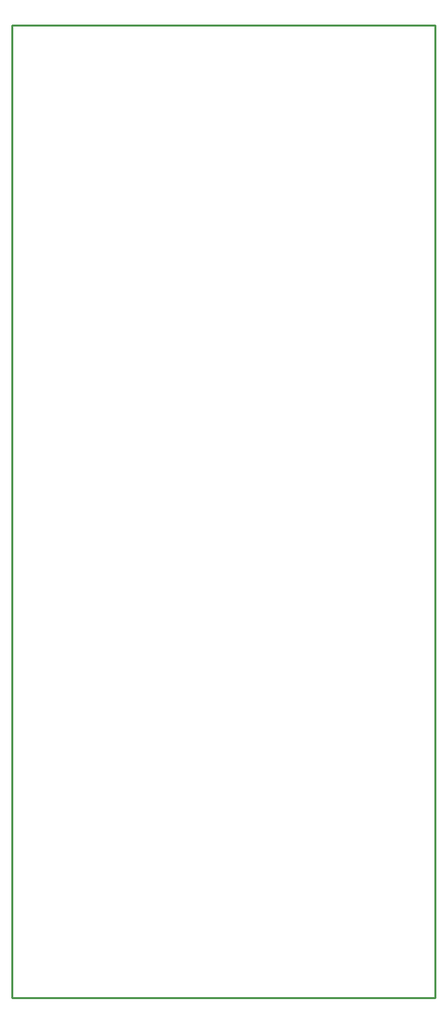
<source format=gbr>
%TF.GenerationSoftware,KiCad,Pcbnew,7.0.11-7.0.11~ubuntu22.04.1*%
%TF.CreationDate,2024-05-21T14:55:32+03:00*%
%TF.ProjectId,Neo6502PC-CPU_Rev_B,4e656f36-3530-4325-9043-2d4350555f52,B*%
%TF.SameCoordinates,PX365c040PY8f0d180*%
%TF.FileFunction,Profile,NP*%
%FSLAX46Y46*%
G04 Gerber Fmt 4.6, Leading zero omitted, Abs format (unit mm)*
G04 Created by KiCad (PCBNEW 7.0.11-7.0.11~ubuntu22.04.1) date 2024-05-21 14:55:32*
%MOMM*%
%LPD*%
G01*
G04 APERTURE LIST*
%TA.AperFunction,Profile*%
%ADD10C,0.254000*%
%TD*%
G04 APERTURE END LIST*
D10*
X0Y124000000D02*
X54000000Y124000000D01*
X54000000Y0D01*
X0Y0D01*
X0Y124000000D01*
M02*

</source>
